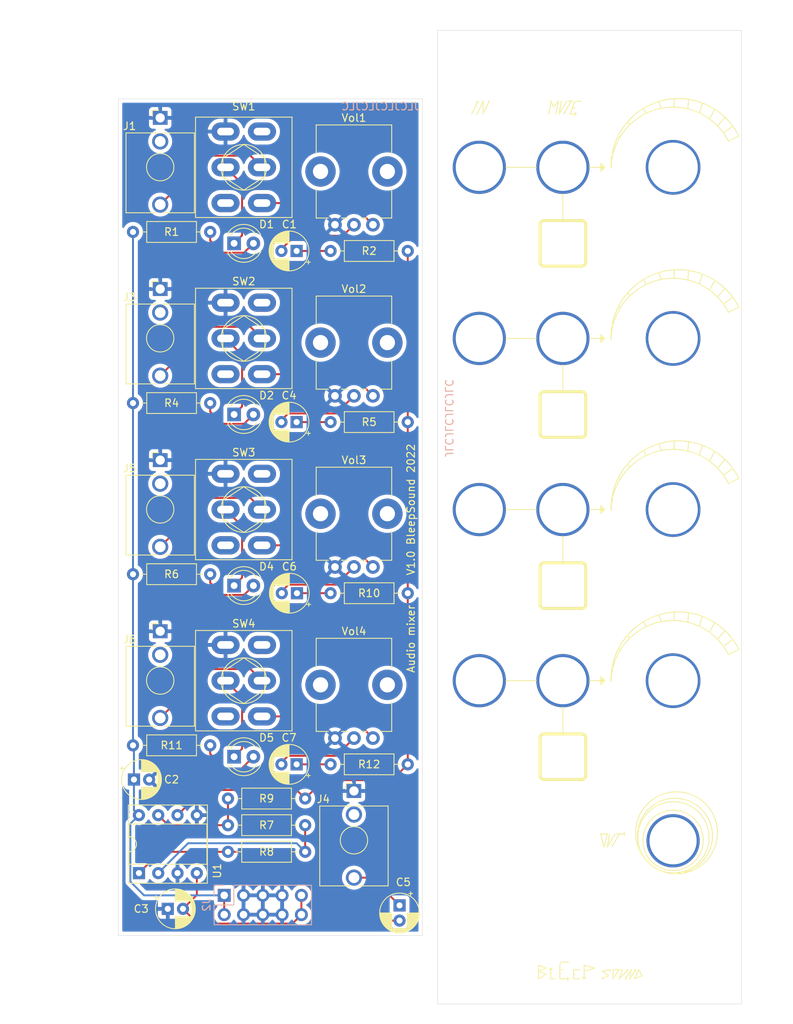
<source format=kicad_pcb>
(kicad_pcb (version 20211014) (generator pcbnew)
  (layers (0 "F.Cu" signal) (31 "B.Cu" signal) (34 "B.Paste" user) (35 "F.Paste" user) (36 "B.SilkS" user "B.Silkscreen") (37 "F.SilkS" user "F.Silkscreen") (38 "B.Mask" user) (39 "F.Mask" user) (44 "Edge.Cuts" user))
  (net 0 "")
  (net 1 "GND")
  (net 2 "+12V")
  (net 3 "-12V")
  (net 4 "Net-(C1-Pad1)")
  (net 5 "Net-(C1-Pad2)")
  (net 6 "Net-(C4-Pad2)")
  (net 7 "Net-(C4-Pad1)")
  (net 8 "Net-(C5-Pad1)")
  (net 9 "Net-(C5-Pad2)")
  (net 10 "Net-(C6-Pad1)")
  (net 11 "Net-(D5-Pad2)")
  (net 13 "Net-(C6-Pad2)")
  (net 14 "Net-(C7-Pad1)")
  (net 15 "Net-(C7-Pad2)")
  (net 16 "Net-(D1-Pad1)")
  (net 17 "Net-(D1-Pad2)")
  (net 18 "Net-(D2-Pad1)")
  (net 19 "Net-(D2-Pad2)")
  (net 20 "Net-(D4-Pad1)")
  (net 21 "Net-(D5-Pad1)")
  (net 22 "Net-(J1-PadT)")
  (net 23 "Net-(J3-PadT)")
  (net 24 "Net-(J5-PadT)")
  (net 26 "Net-(J6-PadT)")
  (net 29 "Net-(R10-Pad1)")
  (net 30 "Net-(R7-Pad1)")
  (net 31 "Net-(R7-Pad2)")
  (net 32 "Net-(D4-Pad2)")
  (net 35 "Net-(SW1-Pad6)")
  (net 39 "Net-(SW2-Pad6)")
  (net 42 "Net-(SW3-Pad6)")
  (net 45 "Net-(SW4-Pad6)")
  (footprint "Synth:Pot-bourns-alpha" (layer "F.Cu") (at 63.5 92.55 90)
    (fp_text reference "Vol3" (at 14.05 -2.5 180) (layer "F.SilkS"))
    (fp_text value "10k")
    (pad "" np_thru_hole circle (at 7 1.9 90) (size 4 4) (drill 2) (layers *.Cu *.Mask))
    (pad "" np_thru_hole circle (at 7 -6.9 90) (size 4 4) (drill 2) (layers *.Cu *.Mask))
    (pad "1" thru_hole circle (at 0 0 90) (size 1.8 1.8) (drill 1) (layers *.Cu *.Mask) (net 42 "Net-(SW3-Pad6)"))
    (pad "2" thru_hole circle (at 0 -2.5 90) (size 1.8 1.8) (drill 1) (layers *.Cu *.Mask) (net 13 "Net-(C6-Pad2)"))
    (pad "3" thru_hole circle (at 0 -5 90) (size 1.8 1.8) (drill 1) (layers *.Cu *.Mask) (net 1 "GND"))
  )
  (footprint "Synth:Pot-bourns-alpha" (layer "F.Cu") (at 63.5 115.05 90)
    (fp_text reference "Vol4" (at 14.05 -2.5 180) (layer "F.SilkS"))
    (fp_text value "10k")
    (pad "" np_thru_hole circle (at 7 1.9 90) (size 4 4) (drill 2) (layers *.Cu *.Mask))
    (pad "" np_thru_hole circle (at 7 -6.9 90) (size 4 4) (drill 2) (layers *.Cu *.Mask))
    (pad "1" thru_hole circle (at 0 0 90) (size 1.8 1.8) (drill 1) (layers *.Cu *.Mask) (net 45 "Net-(SW4-Pad6)"))
    (pad "2" thru_hole circle (at 0 -2.5 90) (size 1.8 1.8) (drill 1) (layers *.Cu *.Mask) (net 15 "Net-(C7-Pad2)"))
    (pad "3" thru_hole circle (at 0 -5 90) (size 1.8 1.8) (drill 1) (layers *.Cu *.Mask) (net 1 "GND"))
  )
  (footprint "Capacitor_THT:CP_Radial_D5.0mm_P2.00mm" (layer "F.Cu") (at 32.044888 120.5)
    (fp_text reference "C2" (at 4.955112 0) (layer "F.SilkS"))
    (fp_text value "10µ")
    (pad "1" thru_hole rect locked (at 0 0) (size 1.6 1.6) (drill 0.8) (layers *.Cu *.Mask) (net 2 "+12V"))
    (pad "2" thru_hole circle locked (at 2 0) (size 1.6 1.6) (drill 0.8) (layers *.Cu *.Mask) (net 1 "GND"))
  )
  (footprint "Synth:SW_DPDT_Toggle" (layer "F.Cu") (at 46.5 107.5 90)
    (fp_text reference "SW4" (at 7.5 0 180) (layer "F.SilkS"))
    (fp_text value "Mute")
    (pad "1" thru_hole oval (at 4.7 -2.4 180) (size 3.7 2.4) (drill oval 2.2 1) (layers *.Cu *.Mask) (net 1 "GND"))
    (pad "2" thru_hole oval (at 0 -2.4 180) (size 3.7 2.4) (drill oval 2.2 1) (layers *.Cu *.Mask) (net 21 "Net-(D5-Pad1)"))
    (pad "3" thru_hole oval (at -4.7 -2.4 180) (size 3.7 2.4) (drill oval 2.2 1) (layers *.Cu *.Mask))
    (pad "4" thru_hole oval (at 4.7 2.4 180) (size 3.7 2.4) (drill oval 2.2 1) (layers *.Cu *.Mask))
    (pad "5" thru_hole oval (at 0 2.4 180) (size 3.7 2.4) (drill oval 2.2 1) (layers *.Cu *.Mask) (net 26 "Net-(J6-PadT)"))
    (pad "6" thru_hole oval (at -4.7 2.4 180) (size 3.7 2.4) (drill oval 2.2 1) (layers *.Cu *.Mask) (net 45 "Net-(SW4-Pad6)"))
  )
  (footprint "Resistor_THT:R_Axial_DIN0207_L6.3mm_D2.5mm_P10.16mm_Horizontal" (layer "F.Cu") (at 44.42 123)
    (fp_text reference "R9" (at 5.08 0) (layer "F.SilkS"))
    (fp_text value "100k")
    (pad "1" thru_hole circle locked (at 0 0) (size 1.6 1.6) (drill 0.8) (layers *.Cu *.Mask) (net 31 "Net-(R7-Pad2)"))
    (pad "2" thru_hole oval locked (at 10.16 0) (size 1.6 1.6) (drill 0.8) (layers *.Cu *.Mask) (net 29 "Net-(R10-Pad1)"))
  )
  (footprint "LED_THT:LED_D4.0mm" (layer "F.Cu") (at 45.225 72.5)
    (fp_text reference "D2" (at 4.275 -2.5) (layer "F.SilkS"))
    (fp_text value "LED-mute")
    (pad "1" thru_hole rect locked (at 0 0) (size 1.8 1.8) (drill 0.9) (layers *.Cu *.Mask) (net 18 "Net-(D2-Pad1)"))
    (pad "2" thru_hole circle locked (at 2.54 0) (size 1.8 1.8) (drill 0.9) (layers *.Cu *.Mask) (net 19 "Net-(D2-Pad2)"))
  )
  (footprint "Resistor_THT:R_Axial_DIN0207_L6.3mm_D2.5mm_P10.16mm_Horizontal" (layer "F.Cu") (at 68.08 118.5 180)
    (fp_text reference "R12" (at 5.08 0) (layer "F.SilkS"))
    (fp_text value "100k")
    (pad "1" thru_hole circle locked (at 0 0 180) (size 1.6 1.6) (drill 0.8) (layers *.Cu *.Mask) (net 29 "Net-(R10-Pad1)"))
    (pad "2" thru_hole oval locked (at 10.16 0 180) (size 1.6 1.6) (drill 0.8) (layers *.Cu *.Mask) (net 14 "Net-(C7-Pad1)"))
  )
  (footprint "Capacitor_THT:CP_Radial_D5.0mm_P2.00mm" (layer "F.Cu") (at 53.5 96 180)
    (fp_text reference "C6" (at 1 3.5) (layer "F.SilkS"))
    (fp_text value ".1µF")
    (pad "1" thru_hole rect locked (at 0 0 180) (size 1.6 1.6) (drill 0.8) (layers *.Cu *.Mask) (net 10 "Net-(C6-Pad1)"))
    (pad "2" thru_hole circle locked (at 2 0 180) (size 1.6 1.6) (drill 0.8) (layers *.Cu *.Mask) (net 13 "Net-(C6-Pad2)"))
  )
  (footprint "Resistor_THT:R_Axial_DIN0207_L6.3mm_D2.5mm_P10.16mm_Horizontal" (layer "F.Cu") (at 68.08 96 180)
    (fp_text reference "R10" (at 5.08 0) (layer "F.SilkS"))
    (fp_text value "100k")
    (pad "1" thru_hole circle locked (at 0 0 180) (size 1.6 1.6) (drill 0.8) (layers *.Cu *.Mask) (net 29 "Net-(R10-Pad1)"))
    (pad "2" thru_hole oval locked (at 10.16 0 180) (size 1.6 1.6) (drill 0.8) (layers *.Cu *.Mask) (net 10 "Net-(C6-Pad1)"))
  )
  (footprint "Synth:Pot-bourns-alpha" (layer "F.Cu") (at 63.5 70.05 90)
    (fp_text reference "Vol2" (at 14.05 -2.5 180) (layer "F.SilkS"))
    (fp_text value "10k")
    (pad "" np_thru_hole circle (at 7 1.9 90) (size 4 4) (drill 2) (layers *.Cu *.Mask))
    (pad "" np_thru_hole circle (at 7 -6.9 90) (size 4 4) (drill 2) (layers *.Cu *.Mask))
    (pad "1" thru_hole circle (at 0 0 90) (size 1.8 1.8) (drill 1) (layers *.Cu *.Mask) (net 39 "Net-(SW2-Pad6)"))
    (pad "2" thru_hole circle (at 0 -2.5 90) (size 1.8 1.8) (drill 1) (layers *.Cu *.Mask) (net 6 "Net-(C4-Pad2)"))
    (pad "3" thru_hole circle (at 0 -5 90) (size 1.8 1.8) (drill 1) (layers *.Cu *.Mask) (net 1 "GND"))
  )
  (footprint "Resistor_THT:R_Axial_DIN0207_L6.3mm_D2.5mm_P10.16mm_Horizontal" (layer "F.Cu") (at 31.92 48.5)
    (fp_text reference "R1" (at 5.08 0) (layer "F.SilkS"))
    (fp_text value "4.7k")
    (pad "1" thru_hole circle locked (at 0 0) (size 1.6 1.6) (drill 0.8) (layers *.Cu *.Mask) (net 2 "+12V"))
    (pad "2" thru_hole oval locked (at 10.16 0) (size 1.6 1.6) (drill 0.8) (layers *.Cu *.Mask) (net 17 "Net-(D1-Pad2)"))
  )
  (footprint "Resistor_THT:R_Axial_DIN0207_L6.3mm_D2.5mm_P10.16mm_Horizontal" (layer "F.Cu") (at 31.92 116)
    (fp_text reference "R11" (at 5.08 0) (layer "F.SilkS"))
    (fp_text value "4.7k")
    (pad "1" thru_hole circle locked (at 0 0) (size 1.6 1.6) (drill 0.8) (layers *.Cu *.Mask) (net 2 "+12V"))
    (pad "2" thru_hole oval locked (at 10.16 0) (size 1.6 1.6) (drill 0.8) (layers *.Cu *.Mask) (net 11 "Net-(D5-Pad2)"))
  )
  (footprint "LED_THT:LED_D4.0mm" (layer "F.Cu") (at 45.225 95)
    (fp_text reference "D4" (at 4.275 -2.5) (layer "F.SilkS"))
    (fp_text value "LED-mute")
    (pad "1" thru_hole rect locked (at 0 0) (size 1.8 1.8) (drill 0.9) (layers *.Cu *.Mask) (net 20 "Net-(D4-Pad1)"))
    (pad "2" thru_hole circle locked (at 2.54 0) (size 1.8 1.8) (drill 0.9) (layers *.Cu *.Mask) (net 32 "Net-(D4-Pad2)"))
  )
  (footprint "Resistor_THT:R_Axial_DIN0207_L6.3mm_D2.5mm_P10.16mm_Horizontal" (layer "F.Cu") (at 31.92 71)
    (fp_text reference "R4" (at 5.08 0) (layer "F.SilkS"))
    (fp_text value "4.7k")
    (pad "1" thru_hole circle locked (at 0 0) (size 1.6 1.6) (drill 0.8) (layers *.Cu *.Mask) (net 2 "+12V"))
    (pad "2" thru_hole oval locked (at 10.16 0) (size 1.6 1.6) (drill 0.8) (layers *.Cu *.Mask) (net 19 "Net-(D2-Pad2)"))
  )
  (footprint "Capacitor_THT:CP_Radial_D5.0mm_P2.00mm" (layer "F.Cu") (at 67 137.044887 -90)
    (fp_text reference "C5" (at -3.044887 -0.5 180) (layer "F.SilkS"))
    (fp_text value "10µF")
    (pad "1" thru_hole rect locked (at 0 0 270) (size 1.6 1.6) (drill 0.8) (layers *.Cu *.Mask) (net 8 "Net-(C5-Pad1)"))
    (pad "2" thru_hole circle locked (at 2 0 270) (size 1.6 1.6) (drill 0.8) (layers *.Cu *.Mask) (net 9 "Net-(C5-Pad2)"))
  )
  (footprint "Synth:Thonkiconn" (layer "F.Cu") (at 35.5 101)
    (fp_text reference "J6" (at -4.03 1.08 180) (layer "F.SilkS"))
    (fp_text value "In")
    (pad "S" thru_hole rect (at 0 0 180) (size 1.93 1.83) (drill 1.22) (layers *.Cu *.Mask) (net 1 "GND"))
    (pad "T" thru_hole circle (at 0 11.4 180) (size 2.13 2.13) (drill 1.43) (layers *.Cu *.Mask) (net 26 "Net-(J6-PadT)"))
    (pad "TN" thru_hole circle (at 0 3.1 180) (size 2.13 2.13) (drill 1.42) (layers *.Cu *.Mask))
  )
  (footprint "Resistor_THT:R_Axial_DIN0207_L6.3mm_D2.5mm_P10.16mm_Horizontal" (layer "F.Cu") (at 44.42 130)
    (fp_text reference "R8" (at 5.08 0) (layer "F.SilkS"))
    (fp_text value "10k")
    (pad "1" thru_hole circle locked (at 0 0) (size 1.6 1.6) (drill 0.8) (layers *.Cu *.Mask) (net 9 "Net-(C5-Pad2)"))
    (pad "2" thru_hole oval locked (at 10.16 0) (size 1.6 1.6) (drill 0.8) (layers *.Cu *.Mask) (net 30 "Net-(R7-Pad1)"))
  )
  (footprint "Synth:SW_DPDT_Toggle" (layer "F.Cu") (at 46.5 40 90)
    (fp_text reference "SW1" (at 8 0 180) (layer "F.SilkS"))
    (fp_text value "Mute")
    (pad "1" thru_hole oval (at 4.7 -2.4 180) (size 3.7 2.4) (drill oval 2.2 1) (layers *.Cu *.Mask) (net 1 "GND"))
    (pad "2" thru_hole oval (at 0 -2.4 180) (size 3.7 2.4) (drill oval 2.2 1) (layers *.Cu *.Mask) (net 16 "Net-(D1-Pad1)"))
    (pad "3" thru_hole oval (at -4.7 -2.4 180) (size 3.7 2.4) (drill oval 2.2 1) (layers *.Cu *.Mask))
    (pad "4" thru_hole oval (at 4.7 2.4 180) (size 3.7 2.4) (drill oval 2.2 1) (layers *.Cu *.Mask))
    (pad "5" thru_hole oval (at 0 2.4 180) (size 3.7 2.4) (drill oval 2.2 1) (layers *.Cu *.Mask) (net 22 "Net-(J1-PadT)"))
    (pad "6" thru_hole oval (at -4.7 2.4 180) (size 3.7 2.4) (drill oval 2.2 1) (layers *.Cu *.Mask) (net 35 "Net-(SW1-Pad6)"))
  )
  (footprint "Synth:Pot-bourns-alpha" (layer "F.Cu") (at 63.5 47.55 90)
    (fp_text reference "Vol1" (at 14.05 -2.5 180) (layer "F.SilkS"))
    (fp_text value "10k")
    (pad "" np_thru_hole circle (at 7 -6.9 90) (size 4 4) (drill 2) (layers *.Cu *.Mask))
    (pad "" np_thru_hole circle (at 7 1.9 90) (size 4 4) (drill 2) (layers *.Cu *.Mask))
    (pad "1" thru_hole circle (at 0 0 90) (size 1.8 1.8) (drill 1) (layers *.Cu *.Mask) (net 35 "Net-(SW1-Pad6)"))
    (pad "2" thru_hole circle (at 0 -2.5 90) (size 1.8 1.8) (drill 1) (layers *.Cu *.Mask) (net 5 "Net-(C1-Pad2)"))
    (pad "3" thru_hole circle (at 0 -5 90) (size 1.8 1.8) (drill 1) (layers *.Cu *.Mask) (net 1 "GND"))
  )
  (footprint "Resistor_THT:R_Axial_DIN0207_L6.3mm_D2.5mm_P10.16mm_Horizontal" (layer "F.Cu") (at 31.92 93.5)
    (fp_text reference "R6" (at 5.08 0) (layer "F.SilkS"))
    (fp_text value "4.7k")
    (pad "1" thru_hole circle locked (at 0 0) (size 1.6 1.6) (drill 0.8) (layers *.Cu *.Mask) (net 2 "+12V"))
    (pad "2" thru_hole oval locked (at 10.16 0) (size 1.6 1.6) (drill 0.8) (layers *.Cu *.Mask) (net 32 "Net-(D4-Pad2)"))
  )
  (footprint "LED_THT:LED_D4.0mm" (layer "F.Cu") (at 45.225 117.5)
    (fp_text reference "D5" (at 4.275 -2.5) (layer "F.SilkS"))
    (fp_text value "LED-mute")
    (pad "1" thru_hole rect locked (at 0 0) (size 1.8 1.8) (drill 0.9) (layers *.Cu *.Mask) (net 21 "Net-(D5-Pad1)"))
    (pad "2" thru_hole circle locked (at 2.54 0) (size 1.8 1.8) (drill 0.9) (layers *.Cu *.Mask) (net 11 "Net-(D5-Pad2)"))
  )
  (footprint "Resistor_THT:R_Axial_DIN0207_L6.3mm_D2.5mm_P10.16mm_Horizontal" (layer "F.Cu") (at 68.08 73.5 180)
    (fp_text reference "R5" (at 5.08 0) (layer "F.SilkS"))
    (fp_text value "100k")
    (pad "1" thru_hole circle locked (at 0 0 180) (size 1.6 1.6) (drill 0.8) (layers *.Cu *.Mask) (net 29 "Net-(R10-Pad1)"))
    (pad "2" thru_hole oval locked (at 10.16 0 180) (size 1.6 1.6) (drill 0.8) (layers *.Cu *.Mask) (net 7 "Net-(C4-Pad1)"))
  )
  (footprint "Capacitor_THT:CP_Radial_D5.0mm_P2.00mm" (layer "F.Cu") (at 53.455112 118.5 180)
    (fp_text reference "C7" (at 1 3.5) (layer "F.SilkS"))
    (fp_text value ".1µF")
    (pad "1" thru_hole rect locked (at 0 0 180) (size 1.6 1.6) (drill 0.8) (layers *.Cu *.Mask) (net 14 "Net-(C7-Pad1)"))
    (pad "2" thru_hole circle locked (at 2 0 180) (size 1.6 1.6) (drill 0.8) (layers *.Cu *.Mask) (net 15 "Net-(C7-Pad2)"))
  )
  (footprint "Resistor_THT:R_Axial_DIN0207_L6.3mm_D2.5mm_P10.16mm_Horizontal" (layer "F.Cu") (at 68.08 51 180)
    (fp_text reference "R2" (at 5.08 0) (layer "F.SilkS"))
    (fp_text value "100k")
    (pad "1" thru_hole circle locked (at 0 0 180) (size 1.6 1.6) (drill 0.8) (layers *.Cu *.Mask) (net 29 "Net-(R10-Pad1)"))
    (pad "2" thru_hole oval locked (at 10.16 0 180) (size 1.6 1.6) (drill 0.8) (layers *.Cu *.Mask) (net 4 "Net-(C1-Pad1)"))
  )
  (footprint "Synth:Thonkiconn" (layer "F.Cu") (at 35.5 56)
    (fp_text reference "J3" (at -4.03 1.08 180) (layer "F.SilkS"))
    (fp_text value "In")
    (pad "S" thru_hole rect (at 0 0 180) (size 1.93 1.83) (drill 1.22) (layers *.Cu *.Mask) (net 1 "GND"))
    (pad "T" thru_hole circle (at 0 11.4 180) (size 2.13 2.13) (drill 1.43) (layers *.Cu *.Mask) (net 23 "Net-(J3-PadT)"))
    (pad "TN" thru_hole circle (at 0 3.1 180) (size 2.13 2.13) (drill 1.42) (layers *.Cu *.Mask))
  )
  (footprint "Synth:SW_DPDT_Toggle" (layer "F.Cu") (at 46.5 85 90)
    (fp_text reference "SW3" (at 7.5 0 180) (layer "F.SilkS"))
    (fp_text value "Mute")
    (pad "1" thru_hole oval (at 4.7 -2.4 180) (size 3.7 2.4) (drill oval 2.2 1) (layers *.Cu *.Mask) (net 1 "GND"))
    (pad "2" thru_hole oval (at 0 -2.4 180) (size 3.7 2.4) (drill oval 2.2 1) (layers *.Cu *.Mask) (net 20 "Net-(D4-Pad1)"))
    (pad "3" thru_hole oval (at -4.7 -2.4 180) (size 3.7 2.4) (drill oval 2.2 1) (layers *.Cu *.Mask))
    (pad "4" thru_hole oval (at 4.7 2.4 180) (size 3.7 2.4) (drill oval 2.2 1) (layers *.Cu *.Mask))
    (pad "5" thru_hole oval (at 0 2.4 180) (size 3.7 2.4) (drill oval 2.2 1) (layers *.Cu *.Mask) (net 24 "Net-(J5-PadT)"))
    (pad "6" thru_hole oval (at -4.7 2.4 180) (size 3.7 2.4) (drill oval 2.2 1) (layers *.Cu *.Mask) (net 42 "Net-(SW3-Pad6)"))
  )
  (footprint "Synth:SW_DPDT_Toggle" (layer "F.Cu") (at 46.5 62.5 90)
    (fp_text reference "SW2" (at 7.5 0 180) (layer "F.SilkS"))
    (fp_text value "Mute")
    (pad "1" thru_hole oval (at 4.7 -2.4 180) (size 3.7 2.4) (drill oval 2.2 1) (layers *.Cu *.Mask) (net 1 "GND"))
    (pad "2" thru_hole oval (at 0 -2.4 180) (size 3.7 2.4) (drill oval 2.2 1) (layers *.Cu *.Mask) (net 18 "Net-(D2-Pad1)"))
    (pad "3" thru_hole oval (at -4.7 -2.4 180) (size 3.7 2.4) (drill oval 2.2 1) (layers *.Cu *.Mask))
    (pad "4" thru_hole oval (at 4.7 2.4 180) (size 3.7 2.4) (drill oval 2.2 1) (layers *.Cu *.Mask))
    (pad "5" thru_hole oval (at 0 2.4 180) (size 3.7 2.4) (drill oval 2.2 1) (layers *.Cu *.Mask) (net 23 "Net-(J3-PadT)"))
    (pad "6" thru_hole oval (at -4.7 2.4 180) (size 3.7 2.4) (drill oval 2.2 1) (layers *.Cu *.Mask) (net 39 "Net-(SW2-Pad6)"))
  )
  (footprint "Synth:Thonkiconn" (layer "F.Cu") (at 35.5 33.5)
    (fp_text reference "J1" (at -4.03 1.08 180) (layer "F.SilkS"))
    (fp_text value "In")
    (pad "S" thru_hole rect (at 0 0 180) (size 1.93 1.83) (drill 1.22) (layers *.Cu *.Mask) (net 1 "GND"))
    (pad "T" thru_hole circle (at 0 11.4 180) (size 2.13 2.13) (drill 1.43) (layers *.Cu *.Mask) (net 22 "Net-(J1-PadT)"))
    (pad "TN" thru_hole circle (at 0 3.1 180) (size 2.13 2.13) (drill 1.42) (layers *.Cu *.Mask))
  )
  (footprint "Resistor_THT:R_Axial_DIN0207_L6.3mm_D2.5mm_P10.16mm_Horizontal" (layer "F.Cu") (at 54.58 126.5 180)
    (fp_text reference "R7" (at 5.08 0) (layer "F.SilkS"))
    (fp_text value "10k")
    (pad "1" thru_hole circle locked (at 0 0 180) (size 1.6 1.6) (drill 0.8) (layers *.Cu *.Mask) (net 30 "Net-(R7-Pad1)"))
    (pad "2" thru_hole oval locked (at 10.16 0 180) (size 1.6 1.6) (drill 0.8) (layers *.Cu *.Mask) (net 31 "Net-(R7-Pad2)"))
  )
  (footprint "LED_THT:LED_D4.0mm" (layer "F.Cu") (at 45.225 50)
    (fp_text reference "D1" (at 4.275 -2.5) (layer "F.SilkS"))
    (fp_text value "LED-mute")
    (pad "1" thru_hole rect locked (at 0 0) (size 1.8 1.8) (drill 0.9) (layers *.Cu *.Mask) (net 16 "Net-(D1-Pad1)"))
    (pad "2" thru_hole circle locked (at 2.54 0) (size 1.8 1.8) (drill 0.9) (layers *.Cu *.Mask) (net 17 "Net-(D1-Pad2)"))
  )
  (footprint "Capacitor_THT:CP_Radial_D5.0mm_P2.00mm" (layer "F.Cu") (at 53.455113 51 180)
    (fp_text reference "C1" (at 0.955112 3.5) (layer "F.SilkS"))
    (fp_text value ".1µF")
    (pad "1" thru_hole rect locked (at 0 0 180) (size 1.6 1.6) (drill 0.8) (layers *.Cu *.Mask) (net 4 "Net-(C1-Pad1)"))
    (pad "2" thru_hole circle locked (at 2 0 180) (size 1.6 1.6) (drill 0.8) (layers *.Cu *.Mask) (net 5 "Net-(C1-Pad2)"))
  )
  (footprint "Capacitor_THT:CP_Radial_D5.0mm_P2.00mm" (layer "F.Cu") (at 53.455112 73.5 180)
    (fp_text reference "C4" (at 1 3.5) (layer "F.SilkS"))
    (fp_text value ".1µF")
    (pad "1" thru_hole rect locked (at 0 0 180) (size 1.6 1.6) (drill 0.8) (layers *.Cu *.Mask) (net 7 "Net-(C4-Pad1)"))
    (pad "2" thru_hole circle locked (at 2 0 180) (size 1.6 1.6) (drill 0.8) (layers *.Cu *.Mask) (net 6 "Net-(C4-Pad2)"))
  )
  (footprint "Capacitor_THT:CP_Radial_D5.0mm_P2.00mm" (layer "F.Cu") (at 36.5 137.5)
    (fp_text reference "C3" (at -3.5 0) (layer "F.SilkS"))
    (fp_text value "10µ")
    (pad "1" thru_hole rect locked (at 0 0) (size 1.6 1.6) (drill 0.8) (layers *.Cu *.Mask) (net 1 "GND"))
    (pad "2" thru_hole circle locked (at 2 0) (size 1.6 1.6) (drill 0.8) (layers *.Cu *.Mask) (net 3 "-12V"))
  )
  (footprint "Synth:Thonkiconn" (layer "F.Cu") (at 35.5 78.5)
    (fp_text reference "J5" (at -4.03 1.08 180) (layer "F.SilkS"))
    (fp_text value "In")
    (pad "S" thru_hole rect (at 0 0 180) (size 1.93 1.83) (drill 1.22) (layers *.Cu *.Mask) (net 1 "GND"))
    (pad "T" thru_hole circle (at 0 11.4 180) (size 2.13 2.13) (drill 1.43) (layers *.Cu *.Mask) (net 24 "Net-(J5-PadT)"))
    (pad "TN" thru_hole circle (at 0 3.1 180) (size 2.13 2.13) (drill 1.42) (layers *.Cu *.Mask))
  )
  (footprint "Package_DIP:DIP-8_W7.62mm_Socket" (layer "F.Cu") (at 32.7 132.8 90)
    (fp_text reference "U1" (at 0.3 10.3 90) (layer "F.SilkS"))
    (fp_text value "TL072")
    (pad "1" thru_hole rect locked (at 0 0 90) (size 1.6 1.6) (drill 0.8) (layers *.Cu *.Mask) (net 9 "Net-(C5-Pad2)"))
    (pad "2" thru_hole oval locked (at 0 2.54 90) (size 1.6 1.6) (drill 0.8) (layers *.Cu *.Mask) (net 30 "Net-(R7-Pad1)"))
    (pad "3" thru_hole oval locked (at 0 5.08 90) (size 1.6 1.6) (drill 0.8) (layers *.Cu *.Mask) (net 1 "GND"))
    (pad "4" thru_hole oval locked (at 0 7.62 90) (size 1.6 1.6) (drill 0.8) (layers *.Cu *.Mask) (net 3 "-12V"))
    (pad "5" thru_hole oval locked (at 7.62 7.62 90) (size 1.6 1.6) (drill 0.8) (layers *.Cu *.Mask) (net 1 "GND"))
    (pad "6" thru_hole oval locked (at 7.62 5.08 90) (size 1.6 1.6) (drill 0.8) (layers *.Cu *.Mask) (net 29 "Net-(R10-Pad1)"))
    (pad "7" thru_hole oval locked (at 7.62 2.54 90) (size 1.6 1.6) (drill 0.8) (layers *.Cu *.Mask) (net 31 "Net-(R7-Pad2)"))
    (pad "8" thru_hole oval locked (at 7.62 0 90) (size 1.6 1.6) (drill 0.8) (layers *.Cu *.Mask) (net 2 "+12V"))
  )
  (footprint "Synth:Thonkiconn" (layer "F.Cu") (at 61 122)
    (fp_text reference "J4" (at -4.03 1.08 180) (layer "F.SilkS"))
    (fp_text value "Out")
    (pad "S" thru_hole rect (at 0 0 180) (size 1.93 1.83) (drill 1.22) (layers *.Cu *.Mask) (net 1 "GND"))
    (pad "T" thru_hole circle (at 0 11.4 180) (size 2.13 2.13) (drill 1.43) (layers *.Cu *.Mask) (net 8 "Net-(C5-Pad1)"))
    (pad "TN" thru_hole circle (at 0 3.1 180) (size 2.13 2.13) (drill 1.42) (layers *.Cu *.Mask))
  )
  (footprint "Connector_PinHeader_2.54mm:PinHeader_2x05_P2.54mm_Vertical" (layer "B.Cu") (at 43.925 135.725 -90)
    (fp_text reference "J2" (at 1.27 2.33 90) (layer "B.SilkS") (effects (justify mirror)))
    (fp_text value "Power Input")
    (pad "1" thru_hole rect locked (at 0 0 270) (size 1.7 1.7) (drill 1) (layers *.Cu *.Mask) (net 2 "+12V"))
    (pad "2" thru_hole oval locked (at 2.54 0 270) (size 1.7 1.7) (drill 1) (layers *.Cu *.Mask) (net 2 "+12V"))
    (pad "3" thru_hole oval locked (at 0 -2.54 270) (size 1.7 1.7) (drill 1) (layers *.Cu *.Mask) (net 1 "GND"))
    (pad "4" thru_hole oval locked (at 2.54 -2.54 270) (size 1.7 1.7) (drill 1) (layers *.Cu *.Mask) (net 1 "GND"))
    (pad "5" thru_hole oval locked (at 0 -5.08 270) (size 1.7 1.7) (drill 1) (layers *.Cu *.Mask) (net 1 "GND"))
    (pad "6" thru_hole oval locked (at 2.54 -5.08 270) (size 1.7 1.7) (drill 1) (layers *.Cu *.Mask) (net 1 "GND"))
    (pad "7" thru_hole oval locked (at 0 -7.62 270) (size 1.7 1.7) (drill 1) (layers *.Cu *.Mask) (net 1 "GND"))
    (pad "8" thru_hole oval locked (at 2.54 -7.62 270) (size 1.7 1.7) (drill 1) (layers *.Cu *.Mask) (net 1 "GND"))
    (pad "9" thru_hole oval locked (at 0 -10.16 270) (size 1.7 1.7) (drill 1) (layers *.Cu *.Mask) (net 3 "-12V"))
    (pad "10" thru_hole oval locked (at 2.54 -10.16 270) (size 1.7 1.7) (drill 1) (layers *.Cu *.Mask) (net 3 "-12V"))
  )
  (gr_line (start 86.9 145.3) (end 86.9 146.7) (layer "F.SilkS") (width 0.12))
  (gr_line (start 88.1 146.7) (end 89.3 146.7) (layer "F.SilkS") (width 0.12))
  (gr_line (start 85.3 146.7) (end 86.3 146.1) (layer "F.SilkS") (width 0.12))
  (gr_line (start 86.3 146.1) (end 85.3 145.7) (layer "F.SilkS") (width 0.12))
  (gr_line (start 86.9 146.7) (end 87.5 146.7) (layer "F.SilkS") (width 0.12))
  (gr_line (start 88.5 144.5) (end 89.3 144.5) (layer "F.SilkS") (width 0.12))
  (gr_line (start 89.9 146.7) (end 90.7 146.7) (layer "F.SilkS") (width 0.12))
  (gr_line (start 91.3 144.9) (end 92.7 145.3) (layer "F.SilkS") (width 0.12))
  (gr_line (start 88.1 144.9) (end 88.1 146.7) (layer "F.SilkS") (width 0.12))
  (gr_line (start 88.1 145.5) (end 88.5 145.5) (layer "F.SilkS") (width 0.12))
  (gr_line (start 89.9 145.5) (end 89.9 146.7) (layer "F.SilkS") (width 0.12))
  (gr_line (start 91.1 146.5) (end 91.3 146.7) (layer "F.SilkS") (width 0.12))
  (gr_line (start 89.9 145.5) (end 90.7 145.5) (layer "F.SilkS") (width 0.12))
  (gr_line (start 91.3 146.7) (end 91.3 146.5) (layer "F.SilkS") (width 0.12))
  (gr_line (start 91.3 144.9) (end 91.3 146.7) (layer "F.SilkS") (width 0.12))
  (gr_line (start 92.7 145.3) (end 91.3 145.7) (layer "F.SilkS") (width 0.12))
  (gr_line (start 89.9 146.1) (end 90.1 146.1) (layer "F.SilkS") (width 0.12))
  (gr_line (start 85.3 145.7) (end 86.3 145.3) (layer "F.SilkS") (width 0.12))
  (gr_line (start 91.3 146.7) (end 91.5 146.5) (layer "F.SilkS") (width 0.12))
  (gr_line (start 85.3 144.9) (end 85.3 146.7) (layer "F.SilkS") (width 0.12))
  (gr_line (start 86.3 145.3) (end 85.3 144.9) (layer "F.SilkS") (width 0.12))
  (gr_line (start 98.1 145.5) (end 97.9 145.5) (layer "F.SilkS") (width 0.12))
  (gr_line (start 93.7 146.7) (end 93.7 146.5) (layer "F.SilkS") (width 0.12))
  (gr_line (start 95.1 145.5) (end 95.1 146.7) (layer "F.SilkS") (width 0.12))
  (gr_line (start 96.3 145.5) (end 95.9 146.7) (layer "F.SilkS") (width 0.12))
  (gr_line (start 95.9 146.7) (end 97.1 145.5) (layer "F.SilkS") (width 0.12))
  (gr_line (start 98.5 145.5) (end 97.9 146.7) (layer "F.SilkS") (width 0.12))
  (gr_line (start 98.5 145.5) (end 98.9 146.3) (layer "F.SilkS") (width 0.12))
  (gr_line (start 94.7 145.5) (end 94.7 145.7) (layer "F.SilkS") (width 0.12))
  (gr_line (start 86.9 145.3) (end 86.7 145.5) (layer "F.SilkS") (width 0.12))
  (gr_line (start 86.9 145.3) (end 87.1 145.5) (layer "F.SilkS") (width 0.12))
  (gr_line (start 97.5 145.5) (end 97.3 146.7) (layer "F.SilkS") (width 0.12))
  (gr_arc (start 88.1 144.9) (mid 88.217157 144.617157) (end 88.5 144.5) (layer "F.SilkS") (width 0.12))
  (gr_line (start 94.5 146.3) (end 93.7 146.7) (layer "F.SilkS") (width 0.12))
  (gr_line (start 89.3 146.7) (end 89.1 146.5) (layer "F.SilkS") (width 0.12))
  (gr_line (start 89.3 146.7) (end 89.1 146.9) (layer "F.SilkS") (width 0.12))
  (gr_line (start 93.7 145.7) (end 94.5 146.3) (layer "F.SilkS") (width 0.12))
  (gr_line (start 95.9 145.5) (end 95.1 145.5) (layer "F.SilkS") (width 0.12))
  (gr_line (start 97.3 146.7) (end 98.1 145.5) (layer "F.SilkS") (width 0.12))
  (gr_line (start 97.5 145.5) (end 96.7 146.7) (layer "F.SilkS") (width 0.12))
  (gr_line (start 96.3 145.5) (end 96.1 145.5) (layer "F.SilkS") (width 0.12))
  (gr_line (start 96.7 146.7) (end 96.9 146.7) (layer "F.SilkS") (width 0.12))
  (gr_line (start 97.1 145.5) (end 96.9 145.5) (layer "F.SilkS") (width 0.12))
  (gr_line (start 95.1 146.7) (end 95.9 145.5) (layer "F.SilkS") (width 0.12))
  (gr_line (start 97.9 146.7) (end 98.9 146.3) (layer "F.SilkS") (width 0.12))
  (gr_line (start 94.7 145.5) (end 93.7 145.7) (layer "F.SilkS") (width 0.12))
  (gr_line (start 88.5 43.5) (end 88.5 47) (layer "F.SilkS") (width 0.12))
  (gr_line (start 95.55 127.65) (end 96.25 127.65) (layer "F.SilkS") (width 0.12))
  (gr_line (start 93.95 129.35) (end 93.45 127.65) (layer "F.SilkS") (width 0.12))
  (gr_line (start 93.45 127.65) (end 94.35 127.65) (layer "F.SilkS") (width 0.12))
  (gr_line (start 94.65 127.65) (end 94.35 129.35) (layer "F.SilkS") (width 0.12))
  (gr_line (start 94.35 129.35) (end 95.35 127.65) (layer "F.SilkS") (width 0.12))
  (gr_line (start 94.35 127.65) (end 93.95 129.35) (layer "F.SilkS") (width 0.12))
  (gr_line (start 95.95 127.65) (end 94.95 129.35) (layer "F.SilkS") (width 0.12))
  (gr_circle (center 103.45 127.5) (end 101.45 122.5) (layer "F.SilkS") (width 0.12) (fill none))
  (gr_circle (center 103.25 127.9) (end 101.45 123.3) (layer "F.SilkS") (width 0.12) (fill none))
  (gr_circle (center 103.05 128.1) (end 100.05 124.5) (layer "F.SilkS") (width 0.12) (fill none))
  (gr_circle (center 103 128.5) (end 100.4 125.5) (layer "F.SilkS") (width 0.12) (fill none))
  (gr_line (start 77.3 31.3) (end 77.1 31.4) (layer "F.SilkS") (width 0.12))
  (gr_line (start 77.2 33) (end 78 31.3) (layer "F.SilkS") (width 0.12))
  (gr_line (start 77.2 33) (end 77.1 33) (layer "F.SilkS") (width 0.12))
  (gr_line (start 78 31.3) (end 78 33) (layer "F.SilkS") (width 0.12))
  (gr_line (start 77.3 31.3) (end 77.4 31.5) (layer "F.SilkS") (width 0.12))
  (gr_line (start 78 33) (end 78.8 31.3) (layer "F.SilkS") (width 0.12))
  (gr_line (start 76.5 33) (end 77.3 31.3) (layer "F.SilkS") (width 0.12))
  (gr_line (start 78.8 31.3) (end 78.7 31.3) (layer "F.SilkS") (width 0.12))
  (gr_line (start 106.455151 32.854115) (end 106.841985 31.599148) (layer "F.SilkS") (width 0.12))
  (gr_arc (start 94.841985 107.599148) (mid 101.181462 99.795826) (end 110.281985 104.069148) (layer "F.SilkS") (width 0.12))
  (gr_line (start 96.65 127.65) (end 96.55 127.85) (layer "F.SilkS") (width 0.12))
  (gr_line (start 103.141985 99.599148) (end 103.141985 98.499148) (layer "F.SilkS") (width 0.12))
  (gr_line (start 95.841985 103.299148) (end 96.041985 103.499148) (layer "F.SilkS") (width 0.12))
  (gr_line (start 81 107.5) (end 85 107.5) (layer "F.SilkS") (width 0.12))
  (gr_arc (start 94.841985 85.099148) (mid 101.181462 77.295826) (end 110.281985 81.569148) (layer "F.SilkS") (width 0.12))
  (gr_line (start 103.141985 32.099148) (end 103.141985 30.999148) (layer "F.SilkS") (width 0.12))
  (gr_line (start 106.455151 77.854115) (end 106.841985 76.599148) (layer "F.SilkS") (width 0.12))
  (gr_line (start 104.941985 54.799148) (end 105.041985 53.599148) (layer "F.SilkS") (width 0.12))
  (gr_line (start 104.941985 99.799148) (end 105.041985 98.599148) (layer "F.SilkS") (width 0.12))
  (gr_line (start 85.5 47.5) (end 85.5 52.5) (layer "F.SilkS") (width 0.4))
  (gr_line (start 88 33) (end 89 31.3) (layer "F.SilkS") (width 0.12))
  (gr_line (start 110.281985 104.069148) (end 111.655151 103.404115) (layer "F.SilkS") (width 0.12))
  (gr_arc (start 94.841985 40.099148) (mid 101.55885 31.229455) (end 111.655151 35.904115) (layer "F.SilkS") (width 0.12))
  (gr_arc (start 91 47) (mid 91.353553 47.146447) (end 91.5 47.5) (layer "F.SilkS") (width 0.4))
  (gr_line (start 87.95 31.3) (end 87.25 32.05) (layer "F.SilkS") (width 0.12))
  (gr_line (start 104.941985 77.299148) (end 105.041985 76.099148) (layer "F.SilkS") (width 0.12))
  (gr_arc (start 91 92) (mid 91.353553 92.146447) (end 91.5 92.5) (layer "F.SilkS") (width 0.4))
  (gr_line (start 85.5 70) (end 85.5 75) (layer "F.SilkS") (width 0.4))
  (gr_poly (pts (xy 94 62.5) (xy 93.5 63) (xy 93.5 62)) (layer "F.SilkS") (width 0.15) (fill solid))
  (gr_line (start 91.5 47.5) (end 91.5 52.5) (layer "F.SilkS") (width 0.4))
  (gr_line (start 99.441985 55.399148) (end 99.141985 54.799148) (layer "F.SilkS") (width 0.12))
  (gr_arc (start 85.5 115) (mid 85.646447 114.646447) (end 86 114.5) (layer "F.SilkS") (width 0.4))
  (gr_line (start 86 69.5) (end 91 69.5) (layer "F.SilkS") (width 0.4))
  (gr_line (start 87.95 31.3) (end 87.55 33) (layer "F.SilkS") (width 0.12))
  (gr_line (start 88.5 88.5) (end 88.5 92) (layer "F.SilkS") (width 0.12))
  (gr_line (start 86 114.5) (end 91 114.5) (layer "F.SilkS") (width 0.4))
  (gr_line (start 94 107.5) (end 92 107.5) (layer "F.SilkS") (width 0.12))
  (gr_line (start 87.95 31.3) (end 87.75 31.3) (layer "F.SilkS") (width 0.12))
  (gr_arc (start 86 53) (mid 85.646447 52.853553) (end 85.5 52.5) (layer "F.SilkS") (width 0.4))
  (gr_line (start 108.865151 79.564115) (end 109.805151 78.434115) (layer "F.SilkS") (width 0.12))
  (gr_line (start 91.5 70) (end 91.5 75) (layer "F.SilkS") (width 0.4))
  (gr_line (start 101.441985 54.699148) (end 101.141985 53.899148) (layer "F.SilkS") (width 0.12))
  (gr_arc (start 94.841985 40.099148) (mid 101.181462 32.295826) (end 110.281985 36.569148) (layer "F.SilkS") (width 0.12))
  (gr_line (start 103.141985 54.599148) (end 103.141985 53.499148) (layer "F.SilkS") (width 0.12))
  (gr_line (start 87.25 32.05) (end 86.95 31.3) (layer "F.SilkS") (width 0.12))
  (gr_line (start 108.865151 57.064115) (end 109.805151 55.934115) (layer "F.SilkS") (width 0.12))
  (gr_line (start 91 98) (end 86 98) (layer "F.SilkS") (width 0.4))
  (gr_line (start 99.441985 100.399148) (end 99.141985 99.799148) (layer "F.SilkS") (width 0.12))
  (gr_line (start 107.791985 56.149148) (end 108.475151 54.874115) (layer "F.SilkS") (width 0.12))
  (gr_line (start 89.75 32.2) (end 90.05 32.2) (layer "F.SilkS") (width 0.12))
  (gr_line (start 90.25 33) (end 90.05 32.8) (layer "F.SilkS") (width 0.12))
  (gr_line (start 81 40) (end 85 40) (layer "F.SilkS") (width 0.12))
  (gr_arc (start 85.5 70) (mid 85.646447 69.646447) (end 86 69.5) (layer "F.SilkS") (width 0.4))
  (gr_line (start 101.441985 32.199148) (end 101.141985 31.399148) (layer "F.SilkS") (width 0.12))
  (gr_line (start 90.25 33) (end 90.05 33.2) (layer "F.SilkS") (width 0.12))
  (gr_line (start 90.45 31.3) (end 90.85 31.3) (layer "F.SilkS") (width 0.12))
  (gr_line (start 110.281985 36.569148) (end 111.655151 35.904115) (layer "F.SilkS") (width 0.12))
  (gr_line (start 101.441985 99.699148) (end 101.141985 98.899148) (layer "F.SilkS") (width 0.12))
  (gr_line (start 86 92) (end 91 92) (layer "F.SilkS") (width 0.4))
  (gr_line (start 97.041985 101.499148) (end 97.241985 101.899148) (layer "F.SilkS") (width 0.12))
  (gr_poly (pts (xy 94 40) (xy 93.5 40.5) (xy 93.5 39.5)) (layer "F.SilkS") (width 0.15) (fill solid))
  (gr_line (start 96.65 127.65) (end 96.55 127.45) (layer "F.SilkS") (width 0.12))
  (gr_line (start 91 120.5) (end 86 120.5) (layer "F.SilkS") (width 0.4))
  (gr_arc (start 94.841985 107.599148) (mid 101.55885 98.729455) (end 111.655151 103.404115) (layer "F.SilkS") (width 0.12))
  (gr_line (start 107.791985 78.649148) (end 108.475151 77.374115) (layer "F.SilkS") (width 0.12))
  (gr_line (start 85.5 115) (end 85.5 120) (layer "F.SilkS") (width 0.4))
  (gr_line (start 94 40) (end 92 40) (layer "F.SilkS") (width 0.12))
  (gr_arc (start 91.5 97.5) (mid 91.353553 97.853553) (end 91 98) (layer "F.SilkS") (width 0.4))
  (gr_arc (start 85.5 92.5) (mid 85.646447 92.146447) (end 86 92) (layer "F.SilkS") (width 0.4))
  (gr_arc (start 86 75.5) (mid 85.646447 75.353553) (end 85.5 75) (layer "F.SilkS") (width 0.4))
  (gr_line (start 107.791985 101.149148) (end 108.475151 99.874115) (layer "F.SilkS") (width 0.12))
  (gr_line (start 89.95 31.65) (end 89.45 33) (layer "F.SilkS") (width 0.12))
  (gr_line (start 88.3 31.3) (end 88 33) (layer "F.SilkS") (width 0.12))
  (gr_arc (start 91.5 120) (mid 91.353553 120.353553) (end 91 120.5) (layer "F.SilkS") (width 0.4))
  (gr_line (start 86.95 31.3) (end 86.65 33) (layer "F.SilkS") (width 0.12))
  (gr_arc (start 86 98) (mid 85.646447 97.853553) (end 85.5 97.5) (layer "F.SilkS") (width 0.4))
  (gr_arc (start 89.95 31.65) (mid 90.147762 31.400375) (end 90.45 31.3) (layer "F.SilkS") (width 0.12))
  (gr_line (start 97.041985 56.499148) (end 97.241985 56.899148) (layer "F.SilkS") (width 0.12))
  (gr_line (start 81 85) (end 85 85) (layer "F.SilkS") (width 0.12))
  (gr_line (start 106.455151 100.354115) (end 106.841985 99.099148) (layer "F.SilkS") (width 0.12))
  (gr_poly (pts (xy 94 85) (xy 93.5 85.5) (xy 93.5 84.5)) (layer "F.SilkS") (width 0.15) (fill solid))
  (gr_arc (start 94.841985 85.099148) (mid 101.55885 76.229455) (end 111.655151 80.904115) (layer "F.SilkS") (width 0.12))
  (gr_line (start 107.791985 33.649148) (end 108.475151 32.374115) (layer "F.SilkS") (width 0.12))
  (gr_arc (start 85.5 47.5) (mid 85.646447 47.146447) (end 86 47) (layer "F.SilkS") (width 0.4))
  (gr_line (start 97.041985 78.999148) (end 97.241985 79.399148) (layer "F.SilkS") (width 0.12))
  (gr_line (start 108.865151 102.064115) (end 109.805151 100.934115) (layer "F.SilkS") (width 0.12))
  (gr_arc (start 86 120.5) (mid 85.646447 120.353553) (end 85.5 120) (layer "F.SilkS") (width 0.4))
  (gr_line (start 89.2 31.3) (end 89.9 31.3) (layer "F.SilkS") (width 0.12))
  (gr_arc (start 91 69.5) (mid 91.353553 69.646447) (end 91.5 70) (layer "F.SilkS") (width 0.4))
  (gr_line (start 109.625151 35.494115) (end 110.841985 34.599148) (layer "F.SilkS") (width 0.12))
  (gr_line (start 106.455151 55.354115) (end 106.841985 54.099148) (layer "F.SilkS") (width 0.12))
  (gr_line (start 101.441985 77.199148) (end 101.141985 76.399148) (layer "F.SilkS") (width 0.12))
  (gr_line (start 95.841985 58.299148) (end 96.041985 58.499148) (layer "F.SilkS") (width 0.12))
  (gr_line (start 94 85) (end 92 85) (layer "F.SilkS") (width 0.12))
  (gr_line (start 85.5 92.5) (end 85.5 97.5) (layer "F.SilkS") (width 0.4))
  (gr_line (start 88.5 66) (end 88.5 69.5) (layer "F.SilkS") (width 0.12))
  (gr_line (start 94 62.5) (end 92 62.5) (layer "F.SilkS") (width 0.12))
  (gr_line (start 81 62.5) (end 85 62.5) (layer "F.SilkS") (width 0.12))
  (gr_line (start 104.941985 32.299148) (end 105.041985 31.099148) (layer "F.SilkS") (width 0.12))
  (gr_poly (pts (xy 94 107.5) (xy 93.5 108) (xy 93.5 107)) (layer "F.SilkS") (width 0.15) (fill solid))
  (gr_line (start 109.625151 80.494115) (end 110.841985 79.599148) (layer "F.SilkS") (width 0.12))
  (gr_line (start 96.25 127.65) (end 96.65 127.65) (layer "F.SilkS") (width 0.12))
  (gr_line (start 99.441985 77.899148) (end 99.141985 77.299148) (layer "F.SilkS") (width 0.12))
  (gr_arc (start 94.841985 62.599148) (mid 101.181462 54.795826) (end 110.281985 59.069148) (layer "F.SilkS") (width 0.12))
  (gr_line (start 91 75.5) (end 86 75.5) (layer "F.SilkS") (width 0.4))
  (gr_line (start 110.281985 59.069148) (end 111.655151 58.404115) (layer "F.SilkS") (width 0.12))
  (gr_line (start 86 47) (end 91 47) (layer "F.SilkS") (width 0.4))
  (gr_line (start 108.865151 34.564115) (end 109.805151 33.434115) (layer "F.SilkS") (width 0.12))
  (gr_line (start 91.5 115) (end 91.5 120) (layer "F.SilkS") (width 0.4))
  (gr_line (start 86.95 31.3) (end 86.75 31.3) (layer "F.SilkS") (width 0.12))
  (gr_arc (start 91 114.5) (mid 91.353553 114.646447) (end 91.5 115) (layer "F.SilkS") (width 0.4))
  (gr_arc (start 91.5 75) (mid 91.353553 75.353553) (end 91 75.5) (layer "F.SilkS") (width 0.4))
  (gr_line (start 109.625151 57.994115) (end 110.841985 57.099148) (layer "F.SilkS") (width 0.12))
  (gr_arc (start 91.5 52.5) (mid 91.353553 52.853553) (end 91 53) (layer "F.SilkS") (width 0.4))
  (gr_line (start 109.625151 102.994115) (end 110.841985 102.099148) (layer "F.SilkS") (width 0.12))
  (gr_arc (start 94.841985 62.599148) (mid 101.55885 53.729455) (end 111.655151 58.404115) (layer "F.SilkS") (width 0.12))
  (gr_line (start 95.841985 35.799148) (end 96.041985 35.999148) (layer "F.SilkS") (width 0.12))
  (gr_line (start 95.841985 80.799148) (end 96.041985 80.999148) (layer "F.SilkS") (width 0.12))
  (gr_line (start 110.281985 81.569148) (end 111.655151 80.904115) (layer "F.SilkS") (width 0.12))
  (gr_line (start 88.5 111) (end 88.5 114.5) (layer "F.SilkS") (width 0.12))
  (gr_line (start 89.45 33) (end 90.15 33) (layer "F.SilkS") (width 0.12))
  (gr_line (start 97.041985 33.999148) (end 97.241985 34.399148) (layer "F.SilkS") (width 0.12))
  (gr_line (start 91.5 92.5) (end 91.5 97.5) (layer "F.SilkS") (width 0.4))
  (gr_line (start 91 53) (end 86 53) (layer "F.SilkS") (width 0.4))
  (gr_line (start 99.441985 32.899148) (end 99.141985 32.299148) (layer "F.SilkS") (width 0.12))
  (gr_line (start 89.6 31.3) (end 88.6 33) (layer "F.SilkS") (width 0.12))
  (gr_line (start 103.141985 77.099148) (end 103.141985 75.999148) (layer "F.SilkS") (width 0.12))
  (gr_line (start 69.999999 31) (end 70 141) (layer "Edge.Cuts") (width 0.05))
  (gr_line (start 30 31) (end 30 141) (layer "Edge.Cuts") (width 0.05))
  (gr_line (start 72 22) (end 72 150) (layer "Edge.Cuts") (width 0.05))
  (gr_line (start 72 22) (end 112 22) (layer "Edge.Cuts") (width 0.05))
  (gr_line (start 112 22) (end 112 150) (layer "Edge.Cuts") (width 0.05))
  (gr_line (start 112 150) (end 72 150) (layer "Edge.Cuts") (width 0.05))
  (gr_line (start 30 31) (end 69.999999 31) (layer "Edge.Cuts") (width 0.05))
  (gr_line (start 30 141) (end 70 141) (layer "Edge.Cuts") (width 0.05))
  (gr_text "JLCJLCJLCJLC\n" (at 64.5 32) (layer "B.SilkS") (effects (font (size 1 1)) (justify mirror)))
  (gr_text "JLCJLCJLCJLC\n" (at 73.5 73 -90) (layer "B.SilkS") (effects (font (size 1 1)) (justify mirror)))
  (gr_text "Audio mixer\n" (at 68.5 102 90) (layer "F.SilkS") (effects (font (size 1 1))))
  (gr_text "V1.0 BleepSound 2022\n" (at 68.5 85 90) (layer "F.SilkS") (effects (font (size 1 1))))
  (via (at 103 128.55) (size 7) (drill 6.2) (layers "F.Cu" "B.Cu") (net 0))
  (via (at 103 107.5) (size 7.2) (drill 6.5) (layers "F.Cu" "B.Cu") (net 0))
  (via (at 77.5 62.5) (size 7) (drill 6.2) (layers "F.Cu" "B.Cu") (net 0))
  (via (at 103 85) (size 7.2) (drill 6.5) (layers "F.Cu" "B.Cu") (net 0))
  (via (at 77.5 107.5) (size 7) (drill 6.2) (layers "F.Cu" "B.Cu") (net 0))
  (via (at 77.5 85) (size 7) (drill 6.2) (layers "F.Cu" "B.Cu") (net 0))
  (via (at 88.5 107.5) (size 7) (drill 6.2) (layers "F.Cu" "B.Cu") (net 0))
  (via (at 88.5 62.5) (size 7) (drill 6.2) (layers "F.Cu" "B.Cu") (net 0))
  (via (at 103 40) (size 7.2) (drill 6.5) (layers "F.Cu" "B.Cu") (net 0))
  (via (at 88.5 40) (size 7) (drill 6.2) (layers "F.Cu" "B.Cu") (net 0))
  (via (at 77.5 40) (size 7) (drill 6.2) (layers "F.Cu" "B.Cu") (net 0))
  (via (at 103 62.5) (size 7.2) (drill 6.5) (layers "F.Cu" "B.Cu") (net 0))
  (via (at 88.5 85) (size 7) (drill 6.2) (layers "F.Cu" "B.Cu") (net 0))
  (segment (start 43.925 135.725) (end 43.925 138.265) (width 0.25) (layer "F.Cu") (net 2))
  (segment (start 31.575489 126.304511) (end 32.7 125.18) (width 0.25) (layer "B.Cu") (net 2))
  (segment (start 32.044888 120.5) (end 32.044888 116.124888) (width 0.25) (layer "B.Cu") (net 2))
  (segment (start 32.044888 116.124888) (end 31.92 116) (width 0.25) (layer "B.Cu") (net 2))
  (segment (start 33.375978 135.725) (end 31.575489 133.924511) (width 0.25) (layer "B.Cu") (net 2))
  (segment (start 32.044888 124.524888) (end 32.7 125.18) (width 0.25) (layer "B.Cu") (net 2))
  (segment (start 31.575489 133.924511) (end 31.575489 126.304511) (width 0.25) (layer "B.Cu") (net 2))
  (segment (start 32.044888 120.5) (end 32.044888 124.524888) (width 0.25) (layer "B.Cu") (net 2))
  (segment (start 43.925 135.725) (end 33.375978 135.725) (width 0.25) (layer "B.Cu") (net 2))
  (segment (start 31.92 71) (end 31.92 48.5) (width 0.25) (layer "B.Cu") (net 2))
  (segment (start 31.92 116) (end 31.92 93.5) (width 0.25) (layer "B.Cu") (net 2))
  (segment (start 31.92 93.5) (end 31.92 71) (width 0.25) (layer "B.Cu") (net 2))
  (segment (start 40.32 135.68) (end 38.5 137.5) (width 0.25) (layer "F.Cu") (net 3))
  (segment (start 54.085 138.265) (end 52.910489 139.439511) (width 0.25) (layer "F.Cu") (net 3))
  (segment (start 40.439511 139.439511) (end 38.5 137.5) (width 0.25) (layer "F.Cu") (net 3))
  (segment (start 40.32 132.8) (end 40.32 135.68) (width 0.25) (layer "F.Cu") (net 3))
  (segment (start 52.910489 139.439511) (end 40.439511 139.439511) (width 0.25) (layer "F.Cu") (net 3))
  (segment (start 54.085 138.265) (end 54.085 135.725) (width 0.25) (layer "F.Cu") (net 3))
  (segment (start 57.92 51) (end 53.455113 51) (width 0.25) (layer "F.Cu") (net 4))
  (segment (start 53.206091 49) (end 59.55 49) (width 0.25) (layer "F.Cu") (net 5))
  (segment (start 51.455113 51) (end 51.455113 50.750978) (width 0.25) (layer "F.Cu") (net 5))
  (segment (start 51.455113 50.750978) (end 53.206091 49) (width 0.25) (layer "F.Cu") (net 5))
  (segment (start 59.55 49) (end 61 47.55) (width 0.25) (layer "F.Cu") (net 5))
  (segment (start 58.68137 72.36863) (end 52.33746 72.36863) (width 0.25) (layer "F.Cu") (net 6))
  (segment (start 61 70.05) (end 58.68137 72.36863) (width 0.25) (layer "F.Cu") (net 6))
  (segment (start 52.33746 72.36863) (end 51.455112 73.250978) (width 0.25) (layer "F.Cu") (net 6))
  (segment (start 51.455112 73.250978) (end 51.455112 73.5) (width 0.25) (layer "F.Cu") (net 6))
  (segment (start 53.455112 73.5) (end 57.92 73.5) (width 0.25) (layer "F.Cu") (net 7))
  (segment (start 63.355113 133.4) (end 67 137.044887) (width 0.25) (layer "F.Cu") (net 8))
  (segment (start 61 133.4) (end 63.355113 133.4) (width 0.25) (layer "F.Cu") (net 8))
  (segment (start 59.544887 139.044887) (end 67 139.044887) (width 0.25) (layer "F.Cu") (net 9))
  (segment (start 32.7 132.8) (end 35.5 130) (width 0.25) (layer "F.Cu") (net 9))
  (segment (start 44.42 130) (end 50.5 130) (width 0.25) (layer "F.Cu") (net 9))
  (segment (start 35.5 130) (end 44.42 130) (width 0.25) (layer "F.Cu") (net 9))
  (segment (start 50.5 130) (end 59.544887 139.044887) (width 0.25) (layer "F.Cu") (net 9))
  (segment (start 53.5 96) (end 57.92 96) (width 0.25) (layer "F.Cu") (net 10))
  (segment (start 42.08 116) (end 42.08 117.13137) (width 0.25) (layer "F.Cu") (net 11))
  (segment (start 42.08 117.13137) (end 44.266224 119.317594) (width 0.25) (layer "F.Cu") (net 11))
  (segment (start 44.266224 119.317594) (end 45.947406 119.317594) (width 0.25) (layer "F.Cu") (net 11))
  (segment (start 45.947406 119.317594) (end 47.765 117.5) (width 0.25) (layer "F.Cu") (net 11))
  (segment (start 51.5 95.750978) (end 51.5 96) (width 0.25) (layer "F.Cu") (net 13))
  (segment (start 58.674511 94.875489) (end 52.375489 94.875489) (width 0.25) (layer "F.Cu") (net 13))
  (segment (start 52.375489 94.875489) (end 51.5 95.750978) (width 0.25) (layer "F.Cu") (net 13))
  (segment (start 61 92.55) (end 58.674511 94.875489) (width 0.25) (layer "F.Cu") (net 13))
  (segment (start 53.455112 118.5) (end 57.92 118.5) (width 0.25) (layer "F.Cu") (net 14))
  (segment (start 58.674511 117.375489) (end 52.330601 117.375489) (width 0.25) (layer "F.Cu") (net 15))
  (segment (start 51.455112 118.250978) (end 51.455112 118.5) (width 0.25) (layer "F.Cu") (net 15))
  (segment (start 61 115.05) (end 58.674511 117.375489) (width 0.25) (layer "F.Cu") (net 15))
  (segment (start 52.330601 117.375489) (end 51.455112 118.250978) (width 0.25) (layer "F.Cu") (net 15))
  (segment (start 46.27452 42.17452) (end 44.1 40) (width 0.25) (layer "F.Cu") (net 16))
  (segment (start 45.225 50) (end 46.27452 48.95048) (width 0.25) (layer "F.Cu") (net 16))
  (segment (start 46.27452 48.95048) (end 46.27452 42.17452) (width 0.25) (layer "F.Cu") (net 16))
  (segment (start 42.08 48.5) (end 42.08 49.63137) (width 0.25) (layer "F.Cu") (net 17))
  (segment (start 43.673141 51.224511) (end 46.540489 51.224511) (width 0.25) (layer "F.Cu") (net 17))
  (segment (start 42.08 49.63137) (end 43.673141 51.224511) (width 0.25) (layer "F.Cu") (net 17))
  (segment (start 46.540489 51.224511) (end 47.765 50) (width 0.25) (layer "F.Cu") (net 17))
  (segment (start 46.27452 71.45048) (end 46.27452 64.67452) (width 0.25) (layer "F.Cu") (net 18))
  (segment (start 45.225 72.5) (end 46.27452 71.45048) (width 0.25) (layer "F.Cu") (net 18))
  (segment (start 46.27452 64.67452) (end 44.1 62.5) (width 0.25) (layer "F.Cu") (net 18))
  (segment (start 46.540489 73.724511) (end 43.673141 73.724511) (width 0.25) (layer "F.Cu") (net 19))
  (segment (start 47.765 72.5) (end 46.540489 73.724511) (width 0.25) (layer "F.Cu") (net 19))
  (segment (start 43.673141 73.724511) (end 42.08 72.13137) (width 0.25) (layer "F.Cu") (net 19))
  (segment (start 42.08 72.13137) (end 42.08 71) (width 0.25) (layer "F.Cu") (net 19))
  (segment (start 44.1 85) (end 46.27452 87.17452) (width 0.25) (layer "F.Cu") (net 20))
  (segment (start 46.27452 93.95048) (end 45.225 95) (width 0.25) (layer "F.Cu") (net 20))
  (segment (start 46.27452 87.17452) (end 46.27452 93.95048) (width 0.25) (layer "F.Cu") (net 20))
  (segment (start 46.27452 116.45048) (end 45.225 117.5) (width 0.25) (layer "F.Cu") (net 21))
  (segment (start 44.1 107.5) (end 46.27452 109.67452) (width 0.25) (layer "F.Cu") (net 21))
  (segment (start 46.27452 109.67452) (end 46.27452 116.45048) (width 0.25) (layer "F.Cu") (net 21))
  (segment (start 48.9 40) (end 47.37548 38.47548) (width 0.25) (layer "F.Cu") (net 22))
  (segment (start 47.37548 38.47548) (end 41.92452 38.47548) (width 0.25) (layer "F.Cu") (net 22))
  (segment (start 41.92452 38.47548) (end 35.5 44.9) (width 0.25) (layer "F.Cu") (net 22))
  (segment (start 48.9 62.5) (end 47.37548 60.97548) (width 0.25) (layer "F.Cu") (net 23))
  (segment (start 47.37548 60.97548) (end 41.92452 60.97548) (width 0.25) (layer "F.Cu") (net 23))
  (segment (start 41.92452 60.97548) (end 35.5 67.4) (width 0.25) (layer "F.Cu") (net 23))
  (segment (start 48.9 85) (end 47.37548 83.47548) (width 0.25) (layer "F.Cu") (net 24))
  (segment (start 47.37548 83.47548) (end 41.92452 83.47548) (width 0.25) (layer "F.Cu") (net 24))
  (segment (start 41.92452 83.47548) (end 35.5 89.9) (width 0.25) (layer "F.Cu") (net 24))
  (segment (start 47.37548 105.97548) (end 41.92452 105.97548) (width 0.25) (layer "F.Cu") (net 26))
  (segment (start 48.9 107.5) (end 47.37548 105.97548) (width 0.25) (layer "F.Cu") (net 26))
  (segment (start 41.92452 105.97548) (end 35.5 112.4) (width 0.25) (layer "F.Cu") (net 26))
  (segment (start 57 120.58) (end 66 120.58) (width 0.25) (layer "F.Cu") (net 29))
  (segment (start 68.08 73.5) (end 68.08 96) (width 0.25) (layer "F.Cu") (net 29))
  (segment (start 68.08 51) (end 68.08 73.5) (width 0.25) (layer "F.Cu") (net 29))
  (segment (start 53.455489 121.875489) (end 41.084511 121.875489) (width 0.25) (layer "F.Cu") (net 29))
  (segment (start 68.08 96) (end 68.08 118.5) (width 0.25) (layer "F.Cu") (net 29))
  (segment (start 54.58 123) (end 53.455489 121.875489) (width 0.25) (layer "F.Cu") (net 29))
  (segment (start 54.58 123) (end 57 120.58) (width 0.25) (layer "F.Cu") (net 29))
  (segment (start 66 120.58) (end 68.08 118.5) (width 0.25) (layer "F.Cu") (net 29))
  (segment (start 41.084511 121.875489) (end 37.78 125.18) (width 0.25) (layer "F.Cu") (net 29))
  (segment (start 54.58 126.5) (end 54.58 130) (width 0.25) (layer "F.Cu") (net 30))
  (segment (start 39.164511 128.875489) (end 35.24 132.8) (width 0.25) (layer "B.Cu") (net 30))
  (segment (start 54.58 130) (end 53.455489 128.875489) (width 0.25) (layer "B.Cu") (net 30))
  (segment (start 53.455489 128.875489) (end 39.164511 128.875489) (width 0.25) (layer "B.Cu") (net 30))
  (segment (start 35.24 125.18) (end 36.56 126.5) (width 0.25) (layer "F.Cu") (net 31))
  (segment (start 36.56 126.5) (end 44.42 126.5) (width 0.25) (layer "F.Cu") (net 31))
  (segment (start 44.42 123) (end 44.42 126.5) (width 0.25) (layer "F.Cu") (net 31))
  (segment (start 42.08 94.63137) (end 43.673141 96.224511) (width 0.25) (layer "F.Cu") (net 32))
  (segment (start 43.673141 96.224511) (end 46.540489 96.224511) (width 0.25) (layer "F.Cu") (net 32))
  (segment (start 46.540489 96.224511) (end 47.765 95) (width 0.25) (layer "F.Cu") (net 32))
  (segment (start 42.08 93.5) (end 42.08 94.63137) (width 0.25) (layer "F.Cu") (net 32))
  (segment (start 63.5 47.55) (end 60.65 44.7) (width 0.25) (layer "F.Cu") (net 35))
  (segment (start 60.65 44.7) (end 48.9 44.7) (width 0.25) (layer "F.Cu") (net 35))
  (segment (start 48.9 67.2) (end 60.65 67.2) (width 0.25) (layer "F.Cu") (net 39))
  (segment (start 60.65 67.2) (end 63.5 70.05) (width 0.25) (layer "F.Cu") (net 39))
  (segment (start 60.65 89.7) (end 48.9 89.7) (width 0.25) (layer "F.Cu") (net 42))
  (segment (start 63.5 92.55) (end 60.65 89.7) (width 0.25) (layer "F.Cu") (net 42))
  (segment (start 63.5 115.05) (end 60.65 112.2) (width 0.25) (layer "F.Cu") (net 45))
  (segment (start 60.65 112.2) (end 48.9 112.2) (width 0.25) (layer "F.Cu") (net 45))
  (zone (net 0) (net_name "") (layers F&B.Cu) (connect_pads (clearance 0)) (min_thickness 0.254)
    (keepout (tracks not_allowed) (vias not_allowed) (pads allowed) (copperpour not_allowed) (footprints allowed))
    (fill (thermal_gap 0.508) (thermal_bridge_width 0.508))
    (polygon (pts (xy 91 52.5) (xy 86 52.5) (xy 86 47.5) (xy 91 47.5)))
  )
  (zone (net 0) (net_name "") (layers F&B.Cu) (connect_pads (clearance 0)) (min_thickness 0.254)
    (keepout (tracks not_allowed) (vias not_allowed) (pads allowed) (copperpour not_allowed) (footprints allowed))
    (fill (thermal_gap 0.508) (thermal_bridge_width 0.508))
    (polygon (pts (xy 91 120) (xy 86 120) (xy 86 115) (xy 91 115)))
  )
  (zone (net 0) (net_name "") (layers F&B.Cu) (connect_pads (clearance 0)) (min_thickness 0.254)
    (keepout (tracks not_allowed) (vias not_allowed) (pads allowed) (copperpour not_allowed) (footprints allowed))
    (fill (thermal_gap 0.508) (thermal_bridge_width 0.508))
    (polygon (pts (xy 91 75) (xy 86 75) (xy 86 70) (xy 91 70)))
  )
  (zone (net 0) (net_name "") (layers F&B.Cu) (connect_pads (clearance 0)) (min_thickness 0.254)
    (keepout (tracks not_allowed) (vias not_allowed) (pads allowed) (copperpour not_allowed) (footprints allowed))
    (fill (thermal_gap 0.508) (thermal_bridge_width 0.508))
    (polygon (pts (xy 91 97.5) (xy 86 97.5) (xy 86 92.5) (xy 91 92.5)))
  )
  (zone (net 1) (net_name "GND") (layer "B.Cu") (connect_pads (clearance 0.508)) (min_thickness 0.254) (fill yes (thermal_gap 0.508) (thermal_bridge_width 0.508))
    (polygon (pts (xy 70 141) (xy 30 141) (xy 30 31) (xy 70 31)))
  )
)
</source>
